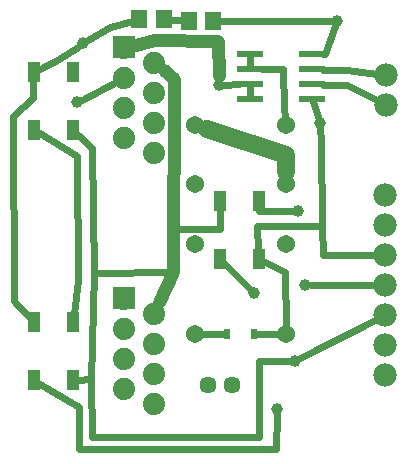
<source format=gbl>
G04 MADE WITH FRITZING*
G04 WWW.FRITZING.ORG*
G04 DOUBLE SIDED*
G04 HOLES PLATED*
G04 CONTOUR ON CENTER OF CONTOUR VECTOR*
%ASAXBY*%
%FSLAX23Y23*%
%MOIN*%
%OFA0B0*%
%SFA1.0B1.0*%
%ADD10C,0.039370*%
%ADD11C,0.074000*%
%ADD12C,0.057000*%
%ADD13C,0.078000*%
%ADD14C,0.060597*%
%ADD15R,0.024803X0.032677*%
%ADD16R,0.040236X0.067069*%
%ADD17R,0.040222X0.067069*%
%ADD18R,0.040236X0.067083*%
%ADD19R,0.040222X0.067056*%
%ADD20R,0.087000X0.024000*%
%ADD21R,0.055118X0.059055*%
%ADD22C,0.024000*%
%ADD23C,0.042000*%
%ADD24C,0.060000*%
%ADD25R,0.001000X0.001000*%
%LNCOPPER0*%
G90*
G70*
G54D10*
X1075Y1140D03*
G54D11*
X524Y203D03*
X424Y253D03*
X524Y303D03*
X524Y403D03*
X524Y503D03*
X424Y353D03*
X424Y453D03*
X424Y553D03*
X523Y1040D03*
X423Y1090D03*
X523Y1140D03*
X523Y1240D03*
X523Y1340D03*
X423Y1190D03*
X423Y1290D03*
X423Y1390D03*
G54D12*
X782Y265D03*
X703Y265D03*
G54D10*
X286Y1404D03*
X267Y1208D03*
X739Y1267D03*
G54D13*
X1295Y1300D03*
X1295Y1200D03*
G54D10*
X1134Y1480D03*
G54D13*
X1294Y898D03*
X1294Y798D03*
X1294Y698D03*
X1294Y598D03*
X1294Y498D03*
X1294Y398D03*
X1294Y298D03*
G54D10*
X855Y573D03*
X932Y186D03*
X993Y346D03*
G54D14*
X963Y734D03*
X660Y1133D03*
X660Y934D03*
X660Y734D03*
X660Y434D03*
X963Y434D03*
X963Y934D03*
X963Y1133D03*
G54D10*
X1003Y847D03*
X1028Y600D03*
G54D15*
X858Y435D03*
X767Y435D03*
G54D16*
X124Y282D03*
G54D17*
X253Y282D03*
G54D18*
X124Y474D03*
G54D19*
X253Y474D03*
G54D16*
X122Y1117D03*
G54D17*
X252Y1116D03*
G54D18*
X122Y1309D03*
G54D19*
X252Y1309D03*
G54D16*
X872Y878D03*
G54D17*
X742Y878D03*
G54D18*
X872Y685D03*
G54D19*
X742Y685D03*
G54D20*
X844Y1218D03*
X844Y1268D03*
X844Y1318D03*
X844Y1368D03*
X1050Y1368D03*
X1050Y1318D03*
X1050Y1268D03*
X1050Y1218D03*
G54D21*
X721Y1480D03*
X640Y1480D03*
X555Y1484D03*
X474Y1484D03*
G54D22*
X961Y643D02*
X886Y678D01*
D02*
X962Y460D02*
X961Y643D01*
D02*
X283Y1217D02*
X396Y1276D01*
G54D23*
D02*
X591Y1286D02*
X586Y642D01*
D02*
X586Y642D02*
X541Y541D01*
D02*
X556Y1314D02*
X591Y1286D01*
G54D22*
D02*
X208Y1352D02*
X136Y1317D01*
D02*
X270Y1393D02*
X208Y1352D01*
D02*
X56Y547D02*
X109Y490D01*
D02*
X121Y1281D02*
X120Y1221D01*
D02*
X314Y286D02*
X268Y283D01*
D02*
X314Y286D02*
X322Y640D01*
D02*
X315Y1054D02*
X266Y1102D01*
D02*
X322Y640D02*
X315Y1054D01*
D02*
X586Y642D02*
X586Y785D01*
D02*
X1084Y796D02*
X868Y797D01*
D02*
X1077Y1121D02*
X1080Y1078D01*
D02*
X984Y847D02*
X874Y847D01*
D02*
X1264Y598D02*
X1047Y600D01*
D02*
X138Y273D02*
X274Y191D01*
D02*
X842Y587D02*
X756Y671D01*
G54D23*
D02*
X523Y1415D02*
X464Y1400D01*
D02*
X737Y1413D02*
X523Y1415D01*
D02*
X739Y1297D02*
X737Y1413D01*
G54D22*
D02*
X136Y1108D02*
X267Y1030D01*
D02*
X271Y615D02*
X257Y502D01*
D02*
X267Y1030D02*
X271Y615D01*
D02*
X54Y1163D02*
X56Y547D01*
D02*
X120Y1221D02*
X54Y1163D01*
D02*
X618Y1481D02*
X577Y1483D01*
D02*
X806Y1268D02*
X758Y1267D01*
D02*
X953Y1318D02*
X882Y1318D01*
D02*
X844Y1324D02*
X844Y1361D01*
D02*
X1092Y1368D02*
X1088Y1368D01*
D02*
X1127Y1463D02*
X1092Y1368D01*
D02*
X1069Y1158D02*
X1052Y1211D01*
D02*
X929Y51D02*
X932Y167D01*
D02*
X274Y53D02*
X929Y51D01*
D02*
X274Y191D02*
X274Y53D01*
D02*
X1166Y1316D02*
X1088Y1317D01*
D02*
X1265Y1303D02*
X1166Y1316D01*
D02*
X1166Y1266D02*
X1088Y1267D01*
D02*
X1268Y1214D02*
X1166Y1266D01*
D02*
X1010Y354D02*
X1267Y484D01*
D02*
X872Y346D02*
X872Y92D01*
D02*
X872Y92D02*
X317Y93D01*
D02*
X974Y346D02*
X872Y346D01*
D02*
X586Y642D02*
X322Y640D01*
D02*
X302Y1414D02*
X375Y1460D01*
D02*
X1115Y1480D02*
X743Y1480D01*
D02*
X317Y93D02*
X314Y286D01*
G54D24*
D02*
X962Y1031D02*
X699Y1120D01*
D02*
X962Y975D02*
X962Y1031D01*
G54D22*
D02*
X955Y1190D02*
X953Y1318D01*
D02*
X955Y1190D02*
X959Y1158D01*
D02*
X760Y435D02*
X685Y435D01*
D02*
X865Y435D02*
X937Y435D01*
D02*
X375Y1460D02*
X452Y1478D01*
D02*
X1086Y699D02*
X1264Y698D01*
D02*
X1084Y796D02*
X1086Y699D01*
D02*
X743Y787D02*
X742Y850D01*
D02*
X586Y785D02*
X743Y787D01*
D02*
X868Y797D02*
X871Y713D01*
D02*
X874Y847D02*
X874Y850D01*
D02*
X1080Y1078D02*
X1084Y796D01*
D02*
X844Y1261D02*
X844Y1224D01*
G54D25*
X386Y1428D02*
X458Y1428D01*
X386Y1427D02*
X458Y1427D01*
X386Y1426D02*
X458Y1426D01*
X386Y1425D02*
X458Y1425D01*
X386Y1424D02*
X458Y1424D01*
X386Y1423D02*
X458Y1423D01*
X386Y1422D02*
X458Y1422D01*
X386Y1421D02*
X458Y1421D01*
X386Y1420D02*
X458Y1420D01*
X386Y1419D02*
X458Y1419D01*
X386Y1418D02*
X458Y1418D01*
X386Y1417D02*
X458Y1417D01*
X386Y1416D02*
X458Y1416D01*
X386Y1415D02*
X458Y1415D01*
X386Y1414D02*
X458Y1414D01*
X386Y1413D02*
X458Y1413D01*
X386Y1412D02*
X458Y1412D01*
X386Y1411D02*
X421Y1411D01*
X423Y1411D02*
X458Y1411D01*
X386Y1410D02*
X415Y1410D01*
X429Y1410D02*
X458Y1410D01*
X386Y1409D02*
X413Y1409D01*
X431Y1409D02*
X458Y1409D01*
X386Y1408D02*
X411Y1408D01*
X433Y1408D02*
X458Y1408D01*
X386Y1407D02*
X410Y1407D01*
X434Y1407D02*
X458Y1407D01*
X386Y1406D02*
X408Y1406D01*
X436Y1406D02*
X458Y1406D01*
X386Y1405D02*
X407Y1405D01*
X437Y1405D02*
X458Y1405D01*
X386Y1404D02*
X407Y1404D01*
X437Y1404D02*
X458Y1404D01*
X386Y1403D02*
X406Y1403D01*
X438Y1403D02*
X458Y1403D01*
X386Y1402D02*
X405Y1402D01*
X439Y1402D02*
X458Y1402D01*
X386Y1401D02*
X404Y1401D01*
X440Y1401D02*
X458Y1401D01*
X386Y1400D02*
X404Y1400D01*
X440Y1400D02*
X458Y1400D01*
X386Y1399D02*
X403Y1399D01*
X441Y1399D02*
X458Y1399D01*
X386Y1398D02*
X403Y1398D01*
X441Y1398D02*
X458Y1398D01*
X386Y1397D02*
X403Y1397D01*
X441Y1397D02*
X458Y1397D01*
X386Y1396D02*
X402Y1396D01*
X442Y1396D02*
X458Y1396D01*
X386Y1395D02*
X402Y1395D01*
X442Y1395D02*
X458Y1395D01*
X386Y1394D02*
X402Y1394D01*
X442Y1394D02*
X458Y1394D01*
X386Y1393D02*
X402Y1393D01*
X442Y1393D02*
X458Y1393D01*
X386Y1392D02*
X402Y1392D01*
X442Y1392D02*
X458Y1392D01*
X386Y1391D02*
X402Y1391D01*
X442Y1391D02*
X458Y1391D01*
X386Y1390D02*
X402Y1390D01*
X442Y1390D02*
X458Y1390D01*
X386Y1389D02*
X402Y1389D01*
X442Y1389D02*
X458Y1389D01*
X386Y1388D02*
X402Y1388D01*
X442Y1388D02*
X458Y1388D01*
X386Y1387D02*
X402Y1387D01*
X442Y1387D02*
X458Y1387D01*
X386Y1386D02*
X403Y1386D01*
X441Y1386D02*
X458Y1386D01*
X386Y1385D02*
X403Y1385D01*
X441Y1385D02*
X458Y1385D01*
X386Y1384D02*
X403Y1384D01*
X441Y1384D02*
X458Y1384D01*
X386Y1383D02*
X404Y1383D01*
X440Y1383D02*
X458Y1383D01*
X386Y1382D02*
X404Y1382D01*
X440Y1382D02*
X458Y1382D01*
X386Y1381D02*
X405Y1381D01*
X439Y1381D02*
X458Y1381D01*
X386Y1380D02*
X406Y1380D01*
X438Y1380D02*
X458Y1380D01*
X386Y1379D02*
X406Y1379D01*
X438Y1379D02*
X458Y1379D01*
X386Y1378D02*
X407Y1378D01*
X437Y1378D02*
X458Y1378D01*
X386Y1377D02*
X408Y1377D01*
X436Y1377D02*
X458Y1377D01*
X386Y1376D02*
X409Y1376D01*
X435Y1376D02*
X458Y1376D01*
X386Y1375D02*
X411Y1375D01*
X433Y1375D02*
X458Y1375D01*
X386Y1374D02*
X412Y1374D01*
X432Y1374D02*
X458Y1374D01*
X386Y1373D02*
X415Y1373D01*
X429Y1373D02*
X458Y1373D01*
X386Y1372D02*
X419Y1372D01*
X425Y1372D02*
X458Y1372D01*
X386Y1371D02*
X458Y1371D01*
X386Y1370D02*
X458Y1370D01*
X386Y1369D02*
X458Y1369D01*
X386Y1368D02*
X458Y1368D01*
X386Y1367D02*
X458Y1367D01*
X386Y1366D02*
X458Y1366D01*
X386Y1365D02*
X458Y1365D01*
X386Y1364D02*
X458Y1364D01*
X386Y1363D02*
X458Y1363D01*
X386Y1362D02*
X458Y1362D01*
X386Y1361D02*
X458Y1361D01*
X386Y1360D02*
X458Y1360D01*
X386Y1359D02*
X458Y1359D01*
X386Y1358D02*
X458Y1358D01*
X386Y1357D02*
X458Y1357D01*
X386Y1356D02*
X458Y1356D01*
X386Y1355D02*
X458Y1355D01*
X386Y591D02*
X459Y591D01*
X386Y590D02*
X459Y590D01*
X386Y589D02*
X459Y589D01*
X386Y588D02*
X459Y588D01*
X386Y587D02*
X459Y587D01*
X386Y586D02*
X459Y586D01*
X386Y585D02*
X459Y585D01*
X386Y584D02*
X459Y584D01*
X386Y583D02*
X459Y583D01*
X386Y582D02*
X459Y582D01*
X386Y581D02*
X459Y581D01*
X386Y580D02*
X459Y580D01*
X386Y579D02*
X459Y579D01*
X386Y578D02*
X459Y578D01*
X386Y577D02*
X459Y577D01*
X386Y576D02*
X459Y576D01*
X386Y575D02*
X459Y575D01*
X386Y574D02*
X459Y574D01*
X386Y573D02*
X416Y573D01*
X429Y573D02*
X459Y573D01*
X386Y572D02*
X414Y572D01*
X432Y572D02*
X459Y572D01*
X386Y571D02*
X412Y571D01*
X434Y571D02*
X459Y571D01*
X386Y570D02*
X411Y570D01*
X435Y570D02*
X459Y570D01*
X386Y569D02*
X409Y569D01*
X436Y569D02*
X459Y569D01*
X386Y568D02*
X408Y568D01*
X437Y568D02*
X459Y568D01*
X386Y567D02*
X407Y567D01*
X438Y567D02*
X459Y567D01*
X386Y566D02*
X407Y566D01*
X439Y566D02*
X459Y566D01*
X386Y565D02*
X406Y565D01*
X440Y565D02*
X459Y565D01*
X386Y564D02*
X405Y564D01*
X440Y564D02*
X459Y564D01*
X386Y563D02*
X405Y563D01*
X441Y563D02*
X459Y563D01*
X386Y562D02*
X404Y562D01*
X441Y562D02*
X459Y562D01*
X386Y561D02*
X404Y561D01*
X442Y561D02*
X459Y561D01*
X386Y560D02*
X404Y560D01*
X442Y560D02*
X459Y560D01*
X386Y559D02*
X403Y559D01*
X442Y559D02*
X459Y559D01*
X386Y558D02*
X403Y558D01*
X443Y558D02*
X459Y558D01*
X386Y557D02*
X403Y557D01*
X443Y557D02*
X459Y557D01*
X386Y556D02*
X403Y556D01*
X443Y556D02*
X459Y556D01*
X386Y555D02*
X403Y555D01*
X443Y555D02*
X459Y555D01*
X386Y554D02*
X403Y554D01*
X443Y554D02*
X459Y554D01*
X386Y553D02*
X403Y553D01*
X443Y553D02*
X459Y553D01*
X386Y552D02*
X403Y552D01*
X443Y552D02*
X459Y552D01*
X386Y551D02*
X403Y551D01*
X443Y551D02*
X459Y551D01*
X386Y550D02*
X403Y550D01*
X442Y550D02*
X459Y550D01*
X386Y549D02*
X403Y549D01*
X442Y549D02*
X459Y549D01*
X386Y548D02*
X404Y548D01*
X442Y548D02*
X459Y548D01*
X386Y547D02*
X404Y547D01*
X442Y547D02*
X459Y547D01*
X386Y546D02*
X405Y546D01*
X441Y546D02*
X459Y546D01*
X386Y545D02*
X405Y545D01*
X441Y545D02*
X459Y545D01*
X386Y544D02*
X406Y544D01*
X440Y544D02*
X459Y544D01*
X386Y543D02*
X406Y543D01*
X439Y543D02*
X459Y543D01*
X386Y542D02*
X407Y542D01*
X439Y542D02*
X459Y542D01*
X386Y541D02*
X408Y541D01*
X438Y541D02*
X459Y541D01*
X386Y540D02*
X409Y540D01*
X437Y540D02*
X459Y540D01*
X386Y539D02*
X410Y539D01*
X435Y539D02*
X459Y539D01*
X386Y538D02*
X411Y538D01*
X434Y538D02*
X459Y538D01*
X386Y537D02*
X413Y537D01*
X432Y537D02*
X459Y537D01*
X386Y536D02*
X415Y536D01*
X430Y536D02*
X459Y536D01*
X386Y535D02*
X419Y535D01*
X426Y535D02*
X459Y535D01*
X386Y534D02*
X459Y534D01*
X386Y533D02*
X459Y533D01*
X386Y532D02*
X459Y532D01*
X386Y531D02*
X459Y531D01*
X386Y530D02*
X459Y530D01*
X386Y529D02*
X459Y529D01*
X386Y528D02*
X459Y528D01*
X386Y527D02*
X459Y527D01*
X386Y526D02*
X459Y526D01*
X386Y525D02*
X459Y525D01*
X386Y524D02*
X459Y524D01*
X386Y523D02*
X459Y523D01*
X386Y522D02*
X459Y522D01*
X386Y521D02*
X459Y521D01*
X386Y520D02*
X459Y520D01*
X386Y519D02*
X459Y519D01*
X386Y518D02*
X459Y518D01*
D02*
G04 End of Copper0*
M02*
</source>
